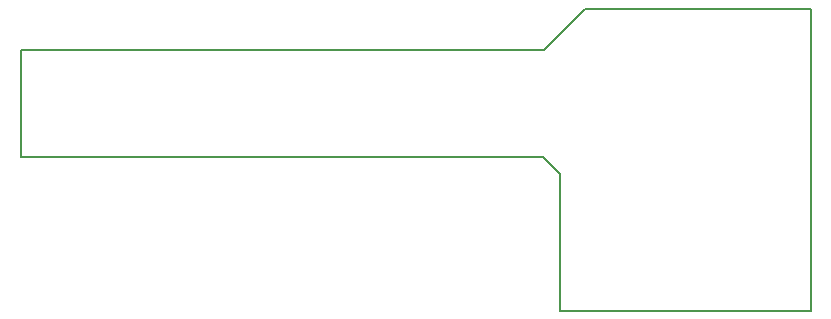
<source format=gko>
G04 Layer_Color=16711935*
%FSLAX25Y25*%
%MOIN*%
G70*
G01*
G75*
%ADD31C,0.00500*%
D31*
X179681Y-87000D02*
X263386D01*
X179681D02*
Y-41500D01*
X174008Y-35827D02*
X179681Y-41500D01*
X38508Y-35827D02*
X174008D01*
X0D02*
X38508D01*
X101304Y0D02*
X174516D01*
X263386Y-87000D02*
Y13673D01*
X0Y0D02*
X101304D01*
X174516D02*
X188189Y13673D01*
X263386D01*
X0Y-35827D02*
Y0D01*
M02*

</source>
